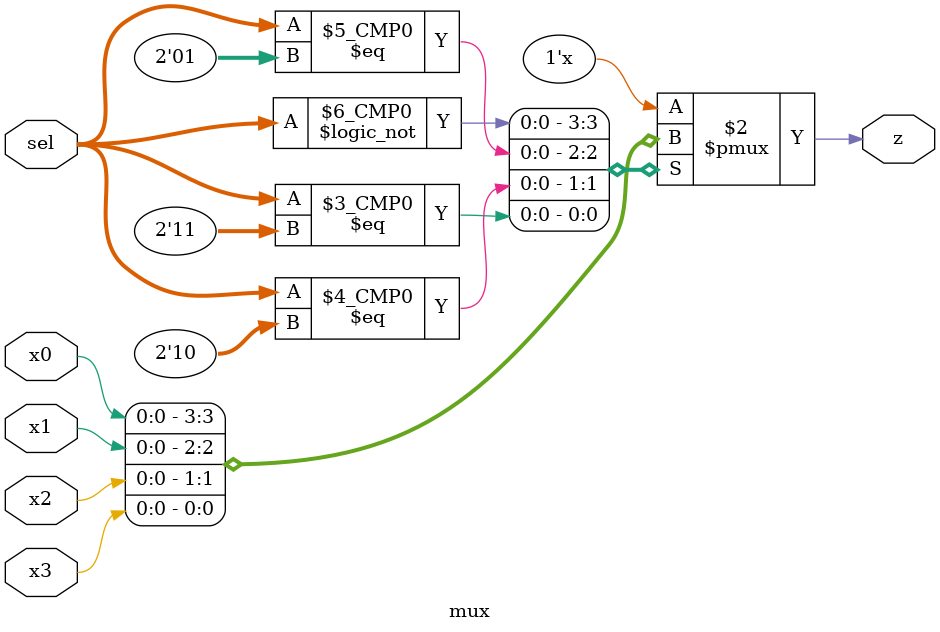
<source format=v>
`timescale 1ns / 1ps

module mux(sel, x0, x1, x2, x3, z);
    input  wire [1:0] sel;
    input  wire x0,x1,x2,x3;
    output reg z;

    always @ *
        begin
            case (sel)
                2'b00 : z <= x0;
                2'b01 : z <= x1;
                2'b10 : z <= x2;
                2'b11 : z <= x3;

                default: z <= 1'b0;
            endcase
        end

endmodule

</source>
